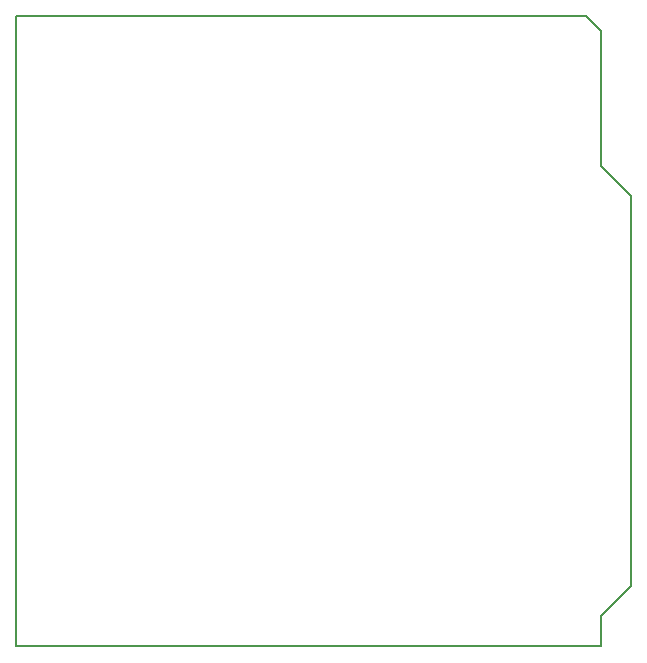
<source format=gm1>
G04 #@! TF.FileFunction,Profile,NP*
%FSLAX46Y46*%
G04 Gerber Fmt 4.6, Leading zero omitted, Abs format (unit mm)*
G04 Created by KiCad (PCBNEW 4.0.1-stable) date Friday, 06 May 2016 'pmt' 19:48:24*
%MOMM*%
G01*
G04 APERTURE LIST*
%ADD10C,0.100000*%
%ADD11C,0.150000*%
G04 APERTURE END LIST*
D10*
D11*
X210820000Y-108585000D02*
X162560000Y-108585000D01*
X212090000Y-109855000D02*
X210820000Y-108585000D01*
X212090000Y-121285000D02*
X212090000Y-109855000D01*
X214630000Y-123825000D02*
X212090000Y-121285000D01*
X214630000Y-156845000D02*
X214630000Y-123825000D01*
X212090000Y-159385000D02*
X214630000Y-156845000D01*
X212090000Y-161925000D02*
X212090000Y-159385000D01*
X162560000Y-161925000D02*
X212090000Y-161925000D01*
X162560000Y-108585000D02*
X162560000Y-161925000D01*
M02*

</source>
